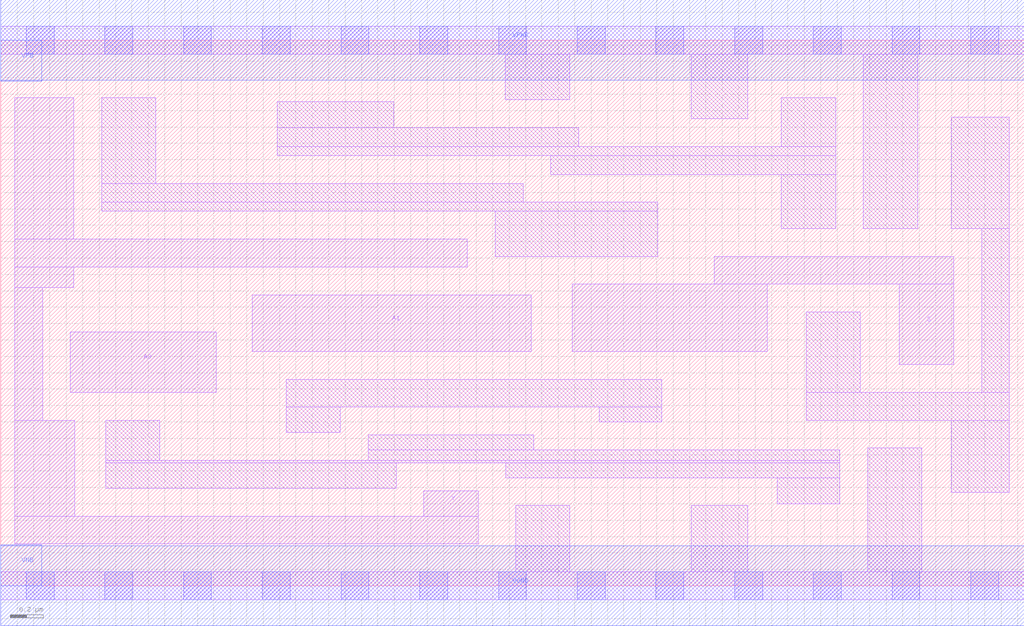
<source format=lef>
# Copyright 2020 The SkyWater PDK Authors
#
# Licensed under the Apache License, Version 2.0 (the "License");
# you may not use this file except in compliance with the License.
# You may obtain a copy of the License at
#
#     https://www.apache.org/licenses/LICENSE-2.0
#
# Unless required by applicable law or agreed to in writing, software
# distributed under the License is distributed on an "AS IS" BASIS,
# WITHOUT WARRANTIES OR CONDITIONS OF ANY KIND, either express or implied.
# See the License for the specific language governing permissions and
# limitations under the License.
#
# SPDX-License-Identifier: Apache-2.0

VERSION 5.5 ;
NAMESCASESENSITIVE ON ;
BUSBITCHARS "[]" ;
DIVIDERCHAR "/" ;
MACRO sky130_fd_sc_hs__mux2i_2
  CLASS CORE ;
  SOURCE USER ;
  ORIGIN  0.000000  0.000000 ;
  SIZE  6.240000 BY  3.330000 ;
  SYMMETRY X Y ;
  SITE unit ;
  PIN A0
    ANTENNAGATEAREA  0.558000 ;
    DIRECTION INPUT ;
    USE SIGNAL ;
    PORT
      LAYER li1 ;
        RECT 0.425000 1.180000 1.315000 1.550000 ;
    END
  END A0
  PIN A1
    ANTENNAGATEAREA  0.558000 ;
    DIRECTION INPUT ;
    USE SIGNAL ;
    PORT
      LAYER li1 ;
        RECT 1.535000 1.430000 3.235000 1.775000 ;
    END
  END A1
  PIN S
    ANTENNAGATEAREA  0.804000 ;
    DIRECTION INPUT ;
    USE SIGNAL ;
    PORT
      LAYER li1 ;
        RECT 3.485000 1.430000 4.675000 1.840000 ;
        RECT 4.350000 1.840000 5.810000 2.010000 ;
        RECT 5.480000 1.350000 5.810000 1.840000 ;
    END
  END S
  PIN Y
    ANTENNADIFFAREA  2.040950 ;
    DIRECTION OUTPUT ;
    USE SIGNAL ;
    PORT
      LAYER li1 ;
        RECT 0.085000 0.255000 2.910000 0.425000 ;
        RECT 0.085000 0.425000 0.450000 1.010000 ;
        RECT 0.085000 1.010000 0.255000 1.820000 ;
        RECT 0.085000 1.820000 0.445000 1.945000 ;
        RECT 0.085000 1.945000 2.845000 2.115000 ;
        RECT 0.085000 2.115000 0.445000 2.980000 ;
        RECT 2.580000 0.425000 2.910000 0.580000 ;
    END
  END Y
  PIN VGND
    DIRECTION INOUT ;
    USE GROUND ;
    PORT
      LAYER met1 ;
        RECT 0.000000 -0.245000 6.240000 0.245000 ;
    END
  END VGND
  PIN VNB
    DIRECTION INOUT ;
    USE GROUND ;
    PORT
      LAYER met1 ;
        RECT 0.000000 0.000000 0.250000 0.250000 ;
    END
  END VNB
  PIN VPB
    DIRECTION INOUT ;
    USE POWER ;
    PORT
      LAYER met1 ;
        RECT 0.000000 3.080000 0.250000 3.330000 ;
    END
  END VPB
  PIN VPWR
    DIRECTION INOUT ;
    USE POWER ;
    PORT
      LAYER met1 ;
        RECT 0.000000 3.085000 6.240000 3.575000 ;
    END
  END VPWR
  OBS
    LAYER li1 ;
      RECT 0.000000 -0.085000 6.240000 0.085000 ;
      RECT 0.000000  3.245000 6.240000 3.415000 ;
      RECT 0.615000  2.285000 4.005000 2.340000 ;
      RECT 0.615000  2.340000 3.185000 2.455000 ;
      RECT 0.615000  2.455000 0.945000 2.980000 ;
      RECT 0.640000  0.595000 2.410000 0.750000 ;
      RECT 0.640000  0.750000 5.115000 0.765000 ;
      RECT 0.640000  0.765000 0.970000 1.010000 ;
      RECT 1.685000  2.625000 5.090000 2.680000 ;
      RECT 1.685000  2.680000 3.525000 2.795000 ;
      RECT 1.685000  2.795000 2.395000 2.955000 ;
      RECT 1.740000  0.935000 2.070000 1.090000 ;
      RECT 1.740000  1.090000 4.030000 1.260000 ;
      RECT 2.240000  0.765000 5.115000 0.830000 ;
      RECT 2.240000  0.830000 3.250000 0.920000 ;
      RECT 3.015000  2.010000 4.005000 2.285000 ;
      RECT 3.075000  2.965000 3.470000 3.245000 ;
      RECT 3.080000  0.660000 5.115000 0.750000 ;
      RECT 3.140000  0.085000 3.470000 0.490000 ;
      RECT 3.355000  2.510000 5.090000 2.625000 ;
      RECT 3.650000  1.000000 4.030000 1.090000 ;
      RECT 4.210000  0.085000 4.555000 0.490000 ;
      RECT 4.210000  2.850000 4.555000 3.245000 ;
      RECT 4.735000  0.500000 5.115000 0.660000 ;
      RECT 4.760000  2.180000 5.090000 2.510000 ;
      RECT 4.760000  2.680000 5.090000 2.980000 ;
      RECT 4.910000  1.010000 6.150000 1.180000 ;
      RECT 4.910000  1.180000 5.240000 1.670000 ;
      RECT 5.260000  2.180000 5.590000 3.245000 ;
      RECT 5.285000  0.085000 5.615000 0.840000 ;
      RECT 5.795000  0.570000 6.150000 1.010000 ;
      RECT 5.795000  2.180000 6.150000 2.860000 ;
      RECT 5.980000  1.180000 6.150000 2.180000 ;
    LAYER mcon ;
      RECT 0.155000 -0.085000 0.325000 0.085000 ;
      RECT 0.155000  3.245000 0.325000 3.415000 ;
      RECT 0.635000 -0.085000 0.805000 0.085000 ;
      RECT 0.635000  3.245000 0.805000 3.415000 ;
      RECT 1.115000 -0.085000 1.285000 0.085000 ;
      RECT 1.115000  3.245000 1.285000 3.415000 ;
      RECT 1.595000 -0.085000 1.765000 0.085000 ;
      RECT 1.595000  3.245000 1.765000 3.415000 ;
      RECT 2.075000 -0.085000 2.245000 0.085000 ;
      RECT 2.075000  3.245000 2.245000 3.415000 ;
      RECT 2.555000 -0.085000 2.725000 0.085000 ;
      RECT 2.555000  3.245000 2.725000 3.415000 ;
      RECT 3.035000 -0.085000 3.205000 0.085000 ;
      RECT 3.035000  3.245000 3.205000 3.415000 ;
      RECT 3.515000 -0.085000 3.685000 0.085000 ;
      RECT 3.515000  3.245000 3.685000 3.415000 ;
      RECT 3.995000 -0.085000 4.165000 0.085000 ;
      RECT 3.995000  3.245000 4.165000 3.415000 ;
      RECT 4.475000 -0.085000 4.645000 0.085000 ;
      RECT 4.475000  3.245000 4.645000 3.415000 ;
      RECT 4.955000 -0.085000 5.125000 0.085000 ;
      RECT 4.955000  3.245000 5.125000 3.415000 ;
      RECT 5.435000 -0.085000 5.605000 0.085000 ;
      RECT 5.435000  3.245000 5.605000 3.415000 ;
      RECT 5.915000 -0.085000 6.085000 0.085000 ;
      RECT 5.915000  3.245000 6.085000 3.415000 ;
  END
END sky130_fd_sc_hs__mux2i_2
END LIBRARY

</source>
